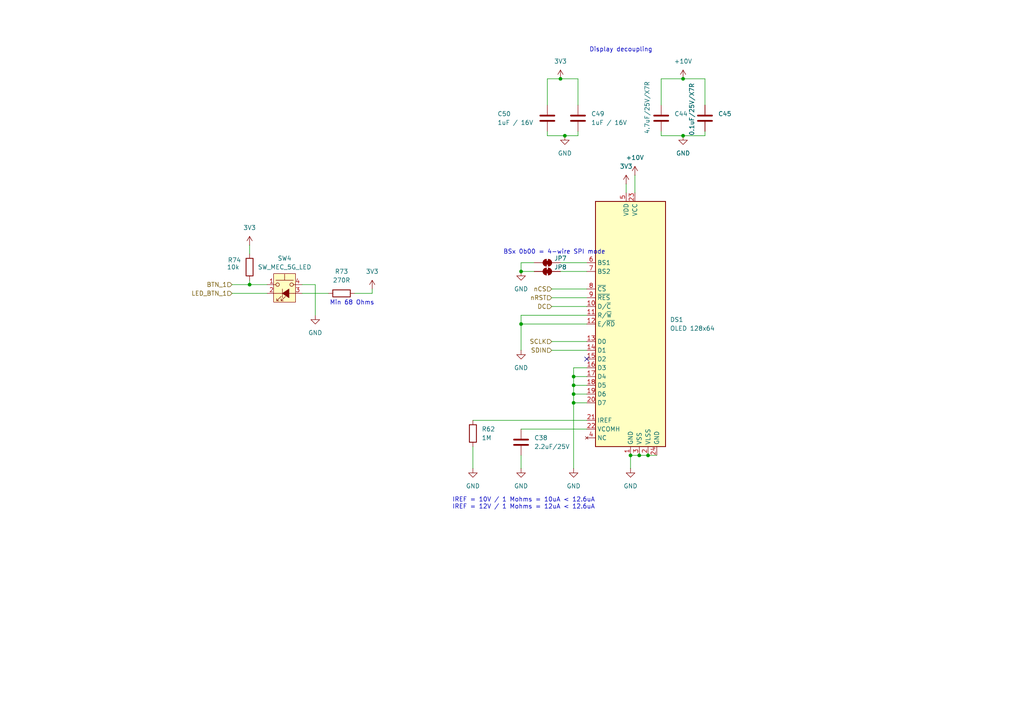
<source format=kicad_sch>
(kicad_sch (version 20231120) (generator "eeschema") (generator_version "8.0")
  (paper "A4")
  (lib_symbols
    (symbol "Device:C" (pin_numbers hide) (pin_names (offset 0.254))
      (property "Reference" "C" (at 0.635 2.54 0))
      (property "Value" "C" (at 0.635 -2.54 0))
      (symbol "C_0_1"
        (polyline (pts (xy -2.032 -0.762) (xy 2.032 -0.762)) (stroke (width 0.508)))
        (polyline (pts (xy -2.032 0.762) (xy 2.032 0.762)) (stroke (width 0.508)))
      )
      (symbol "C_1_1"
        (pin passive line (at 0 3.81 270) (length 2.794) (name "~") (number "1"))
        (pin passive line (at 0 -3.81 90) (length 2.794) (name "~") (number "2"))
      )
    )
    (symbol "Device:R" (pin_numbers hide) (pin_names (offset 0))
      (property "Reference" "R" (at 2.032 0 90))
      (property "Value" "R" (at 0 0 90))
      (symbol "R_0_1"
        (rectangle (start -1.016 -2.54) (end 1.016 2.54) (stroke (width 0.254)))
      )
      (symbol "R_1_1"
        (pin passive line (at 0 3.81 270) (length 1.27) (name "~") (number "1"))
        (pin passive line (at 0 -3.81 90) (length 1.27) (name "~") (number "2"))
      )
    )
    (symbol "Jumper:SolderJumper_2_Bridged" (pin_numbers hide) (pin_names (offset 0) hide) (exclude_from_sim yes) (in_bom no)
      (property "Reference" "JP" (at 0 2.032 0))
      (property "Value" "SolderJumper_2_Bridged" (at 0 -2.54 0))
      (symbol "SolderJumper_2_Bridged_0_1"
        (rectangle (start -0.508 0.508) (end 0.508 -0.508) (fill (type outline)))
        (arc (start -0.254 1.016) (mid -1.2656 0) (end -0.254 -1.016))
        (arc (start -0.254 1.016) (mid -1.2656 0) (end -0.254 -1.016) (fill (type outline)))
        (polyline (pts (xy -0.254 1.016) (xy -0.254 -1.016)))
        (polyline (pts (xy 0.254 1.016) (xy 0.254 -1.016)))
        (arc (start 0.254 -1.016) (mid 1.2656 0) (end 0.254 1.016))
        (arc (start 0.254 -1.016) (mid 1.2656 0) (end 0.254 1.016) (fill (type outline)))
      )
      (symbol "SolderJumper_2_Bridged_1_1"
        (pin passive line (at -3.81 0 0) (length 2.54) (name "A") (number "1"))
        (pin passive line (at 3.81 0 180) (length 2.54) (name "B") (number "2"))
      )
    )
    (symbol "Switch:SW_MEC_5G_LED" (pin_names (offset 1.016) hide)
      (property "Reference" "SW" (at 0 7.62 0))
      (property "Value" "SW_MEC_5G_LED" (at 0 -3.81 0))
      (symbol "SW_MEC_5G_LED_0_0"
        (polyline (pts (xy -2.54 0) (xy 2.54 0)))
        (polyline (pts (xy -2.286 -2.159) (xy -1.016 -0.889)))
        (polyline (pts (xy -1.016 -2.159) (xy 0.254 -0.889)))
        (polyline (pts (xy -0.635 1.27) (xy -0.635 -1.27)))
        (polyline (pts (xy -2.286 -1.524) (xy -2.286 -2.159) (xy -1.651 -2.159)))
        (polyline (pts (xy -1.016 -1.524) (xy -1.016 -2.159) (xy -0.381 -2.159)))
        (polyline (pts (xy -0.635 0) (xy 1.27 1.27) (xy 1.27 -1.27) (xy -0.635 0)) (fill (type outline)))
      )
      (symbol "SW_MEC_5G_LED_0_1"
        (circle (center -2.032 2.54) (radius 0.508))
        (polyline (pts (xy 0 3.81) (xy 0 5.588)))
        (polyline (pts (xy 2.54 3.81) (xy -2.54 3.81)))
        (circle (center 2.032 2.54) (radius 0.508))
        (pin passive line (at -5.08 2.54 0) (length 2.54) (name "1") (number "1"))
        (pin passive line (at -5.08 0 0) (length 2.54) (name "2") (number "2"))
        (pin passive line (at 5.08 0 180) (length 2.54) (name "K") (number "3"))
        (pin passive line (at 5.08 2.54 180) (length 2.54) (name "A") (number "4"))
      )
      (symbol "SW_MEC_5G_LED_1_1"
        (rectangle (start -3.175 5.715) (end 3.175 -2.54) (fill (type background)))
      )
    )
    (symbol "asynthosc_lib:X154-2864KSWBG01-C24"
      (property "Reference" "DS" (at -10.16 38.1 0))
      (property "Value" "OLED 128x64" (at 12.7 38.1 0))
      (symbol "X154-2864KSWBG01-C24_0_1"
        (rectangle (start -10.16 35.56) (end 10.16 -35.56) (stroke (width 0.254)) (fill (type background)))
      )
      (symbol "X154-2864KSWBG01-C24_1_1"
        (pin power_in line (at 0 -38.1 90) (length 2.54) (name "GND") (number "1"))
        (pin input line (at -12.7 5.08 0) (length 2.54) (name "D/~{C}") (number "10"))
        (pin input line (at -12.7 2.54 0) (length 2.54) (name "R/~{W}") (number "11"))
        (pin input line (at -12.7 0 0) (length 2.54) (name "E/~{RD}") (number "12"))
        (pin bidirectional line (at -12.7 -5.08 0) (length 2.54) (name "D0") (number "13"))
        (pin bidirectional line (at -12.7 -7.62 0) (length 2.54) (name "D1") (number "14"))
        (pin bidirectional line (at -12.7 -10.16 0) (length 2.54) (name "D2") (number "15"))
        (pin bidirectional line (at -12.7 -12.7 0) (length 2.54) (name "D3") (number "16"))
        (pin bidirectional line (at -12.7 -15.24 0) (length 2.54) (name "D4") (number "17"))
        (pin bidirectional line (at -12.7 -17.78 0) (length 2.54) (name "D5") (number "18"))
        (pin bidirectional line (at -12.7 -20.32 0) (length 2.54) (name "D6") (number "19"))
        (pin power_in line (at 5.08 -38.1 90) (length 2.54) (name "VLSS") (number "2"))
        (pin bidirectional line (at -12.7 -22.86 0) (length 2.54) (name "D7") (number "20"))
        (pin passive line (at -12.7 -27.94 0) (length 2.54) (name "IREF") (number "21"))
        (pin passive line (at -12.7 -30.48 0) (length 2.54) (name "VCOMH") (number "22"))
        (pin power_in line (at 1.27 38.1 270) (length 2.54) (name "VCC") (number "23"))
        (pin power_in line (at 7.62 -38.1 90) (length 2.54) (name "GND") (number "24"))
        (pin power_in line (at 2.54 -38.1 90) (length 2.54) (name "VSS") (number "3"))
        (pin no_connect line (at -12.7 -33.02 0) (length 2.54) (name "NC") (number "4"))
        (pin power_in line (at -1.27 38.1 270) (length 2.54) (name "VDD") (number "5"))
        (pin input line (at -12.7 17.78 0) (length 2.54) (name "BS1") (number "6"))
        (pin input line (at -12.7 15.24 0) (length 2.54) (name "BS2") (number "7"))
        (pin input line (at -12.7 10.16 0) (length 2.54) (name "~{CS}") (number "8"))
        (pin input line (at -12.7 7.62 0) (length 2.54) (name "~{RES}") (number "9"))
      )
    )
    (symbol "power:+10V" (power) (pin_numbers hide) (pin_names (offset 0) hide)
      (property "Value" "+10V" (at 0 3.556 0))
      (symbol "+10V_0_1"
        (polyline (pts (xy -0.762 1.27) (xy 0 2.54)))
        (polyline (pts (xy 0 0) (xy 0 2.54)))
        (polyline (pts (xy 0 2.54) (xy 0.762 1.27)))
      )
      (symbol "+10V_1_1"
        (pin power_in line (at 0 0 90) (length 0) (name "~") (number "1"))
      )
    )
    (symbol "power:+3V3" (power) (pin_numbers hide) (pin_names (offset 0) hide)
      (property "Value" "+3V3" (at 0 3.556 0))
      (symbol "+3V3_0_1"
        (polyline (pts (xy -0.762 1.27) (xy 0 2.54)))
        (polyline (pts (xy 0 0) (xy 0 2.54)))
        (polyline (pts (xy 0 2.54) (xy 0.762 1.27)))
      )
      (symbol "+3V3_1_1"
        (pin power_in line (at 0 0 90) (length 0) (name "~") (number "1"))
      )
    )
    (symbol "power:GND" (power) (pin_numbers hide) (pin_names (offset 0) hide)
      (property "Value" "GND" (at 0 -3.81 0))
      (symbol "GND_0_1"
        (polyline (pts (xy 0 0) (xy 0 -1.27) (xy 1.27 -1.27) (xy 0 -2.54) (xy -1.27 -1.27) (xy 0 -1.27)))
      )
      (symbol "GND_1_1"
        (pin power_in line (at 0 0 270) (length 0) (name "~") (number "1"))
      )
    )
  )
  (junction (at 198.12 39.37))
  (junction (at 166.37 109.22))
  (junction (at 163.83 39.37))
  (junction (at 182.88 132.08))
  (junction (at 72.39 82.55))
  (junction (at 166.37 111.76))
  (junction (at 151.13 93.98))
  (junction (at 185.42 132.08))
  (junction (at 187.96 132.08))
  (junction (at 151.13 78.74))
  (junction (at 166.37 116.84))
  (junction (at 162.56 22.86))
  (junction (at 198.12 22.86))
  (junction (at 166.37 114.3))
  (no_connect (at 170.18 104.14))
  (wire (pts (xy 167.64 30.48) (xy 167.64 22.86)))
  (wire (pts (xy 162.56 76.2) (xy 170.18 76.2)))
  (wire (pts (xy 72.39 82.55) (xy 77.47 82.55)))
  (wire (pts (xy 166.37 114.3) (xy 170.18 114.3)))
  (wire (pts (xy 162.56 22.86) (xy 158.75 22.86)))
  (wire (pts (xy 154.94 76.2) (xy 151.13 76.2)))
  (wire (pts (xy 198.12 39.37) (xy 204.47 39.37)))
  (wire (pts (xy 167.64 39.37) (xy 167.64 38.1)))
  (wire (pts (xy 166.37 109.22) (xy 166.37 106.68)))
  (wire (pts (xy 163.83 39.37) (xy 167.64 39.37)))
  (wire (pts (xy 184.15 50.8) (xy 184.15 55.88)))
  (wire (pts (xy 166.37 111.76) (xy 170.18 111.76)))
  (wire (pts (xy 151.13 76.2) (xy 151.13 78.74)))
  (wire (pts (xy 167.64 22.86) (xy 162.56 22.86)))
  (wire (pts (xy 198.12 22.86) (xy 204.47 22.86)))
  (wire (pts (xy 160.02 86.36) (xy 170.18 86.36)))
  (wire (pts (xy 181.61 53.34) (xy 181.61 55.88)))
  (wire (pts (xy 185.42 132.08) (xy 187.96 132.08)))
  (wire (pts (xy 160.02 83.82) (xy 170.18 83.82)))
  (wire (pts (xy 166.37 106.68) (xy 170.18 106.68)))
  (wire (pts (xy 191.77 22.86) (xy 191.77 30.48)))
  (wire (pts (xy 137.16 129.54) (xy 137.16 135.89)))
  (wire (pts (xy 191.77 22.86) (xy 198.12 22.86)))
  (wire (pts (xy 160.02 88.9) (xy 170.18 88.9)))
  (wire (pts (xy 158.75 39.37) (xy 163.83 39.37)))
  (wire (pts (xy 158.75 22.86) (xy 158.75 30.48)))
  (wire (pts (xy 191.77 39.37) (xy 191.77 38.1)))
  (wire (pts (xy 87.63 82.55) (xy 91.44 82.55)))
  (wire (pts (xy 87.63 85.09) (xy 95.25 85.09)))
  (wire (pts (xy 151.13 93.98) (xy 151.13 101.6)))
  (wire (pts (xy 91.44 82.55) (xy 91.44 91.44)))
  (wire (pts (xy 170.18 93.98) (xy 151.13 93.98)))
  (wire (pts (xy 204.47 22.86) (xy 204.47 30.48)))
  (wire (pts (xy 170.18 91.44) (xy 151.13 91.44)))
  (wire (pts (xy 67.31 82.55) (xy 72.39 82.55)))
  (wire (pts (xy 166.37 109.22) (xy 170.18 109.22)))
  (wire (pts (xy 160.02 99.06) (xy 170.18 99.06)))
  (wire (pts (xy 151.13 91.44) (xy 151.13 93.98)))
  (wire (pts (xy 182.88 132.08) (xy 182.88 135.89)))
  (wire (pts (xy 166.37 116.84) (xy 170.18 116.84)))
  (wire (pts (xy 151.13 135.89) (xy 151.13 132.08)))
  (wire (pts (xy 162.56 78.74) (xy 170.18 78.74)))
  (wire (pts (xy 102.87 85.09) (xy 107.95 85.09)))
  (wire (pts (xy 151.13 78.74) (xy 154.94 78.74)))
  (wire (pts (xy 67.31 85.09) (xy 77.47 85.09)))
  (wire (pts (xy 166.37 111.76) (xy 166.37 109.22)))
  (wire (pts (xy 151.13 124.46) (xy 170.18 124.46)))
  (wire (pts (xy 72.39 71.12) (xy 72.39 73.66)))
  (wire (pts (xy 166.37 114.3) (xy 166.37 111.76)))
  (wire (pts (xy 107.95 85.09) (xy 107.95 83.82)))
  (wire (pts (xy 160.02 101.6) (xy 170.18 101.6)))
  (wire (pts (xy 166.37 135.89) (xy 166.37 116.84)))
  (wire (pts (xy 204.47 39.37) (xy 204.47 38.1)))
  (wire (pts (xy 187.96 132.08) (xy 190.5 132.08)))
  (wire (pts (xy 158.75 39.37) (xy 158.75 38.1)))
  (wire (pts (xy 137.16 121.92) (xy 170.18 121.92)))
  (wire (pts (xy 72.39 81.28) (xy 72.39 82.55)))
  (wire (pts (xy 191.77 39.37) (xy 198.12 39.37)))
  (wire (pts (xy 182.88 132.08) (xy 185.42 132.08)))
  (wire (pts (xy 166.37 116.84) (xy 166.37 114.3)))
  (text "Display decoupling\n" (at 180.086 14.478 0) (effects (font (size 1.27 1.27))))
  (text "IREF = 10V / 1 Mohms = 10uA < 12.6uA\nIREF = 12V / 1 Mohms = 12uA < 12.6uA" (at 151.892 146.05 0) (effects (font (size 1.27 1.27))))
  (text "BSx 0b00 = 4-wire SPI mode" (at 160.782 73.152 0) (effects (font (size 1.27 1.27))))
  (text "Min 68 Ohms" (at 102.108 87.884 0) (effects (font (size 1.27 1.27))))
  (hierarchical_label "nCS" (shape input) (at 160.02 83.82 180))
  (hierarchical_label "BTN_1" (shape input) (at 67.31 82.55 180))
  (hierarchical_label "nRST" (shape input) (at 160.02 86.36 180))
  (hierarchical_label "LED_BTN_1" (shape input) (at 67.31 85.09 180))
  (hierarchical_label "DC" (shape input) (at 160.02 88.9 180))
  (hierarchical_label "SCLK" (shape input) (at 160.02 99.06 180))
  (hierarchical_label "SDIN" (shape input) (at 160.02 101.6 180))
  (symbol (lib_id "Device:C") (at 191.77 34.29 0) (unit 1) (exclude_from_sim yes)
    (property "Reference" "C44" (at 195.58 33.0199 0) (effects (justify left)))
    (property "Value" "4.7uF/25V/X7R" (at 187.706 38.862 90) (effects (justify left)))
    (property "Footprint" "Capacitor_SMD:C_0805_2012Metric" (effects (hide yes)))
    (property "Description" "Unpolarized capacitor" (effects (hide yes)))
  )
  (symbol (lib_id "power:GND") (at 182.88 135.89 0) (unit 1)
    (property "Reference" "#PWR029" (effects (hide yes)))
    (property "Value" "GND" (at 182.88 140.97 0))
    (property "Description" "Power symbol creates a global label with name \"GND\" , ground" (effects (hide yes)))
  )
  (symbol (lib_id "power:GND") (at 163.83 39.37 0) (unit 1)
    (property "Reference" "#PWR0110" (effects (hide yes)))
    (property "Value" "GND" (at 163.83 44.45 0))
    (property "Description" "Power symbol creates a global label with name \"GND\" , ground" (effects (hide yes)))
  )
  (symbol (lib_id "asynthosc_lib:X154-2864KSWBG01-C24") (at 182.88 93.98 0) (unit 1)
    (property "Reference" "DS1" (at 194.31 92.7099 0) (effects (justify left)))
    (property "Value" "OLED 128x64" (at 194.31 95.2499 0) (effects (justify left)))
    (property "Footprint" "asynthosc:HRO_FPC0.5B-WTG-24P_1x24-1MP_P0.5mm_Horizontal" (effects (hide yes)))
    (property "Datasheet" "https://www.jx-wisevision.com/1-54-small-128x64-dots-oled-display-module-screen-product/" (effects (hide yes)))
    (property "Description" "OLED display 128x64" (effects (hide yes)))
  )
  (symbol (lib_id "power:GND") (at 151.13 101.6 0) (unit 1)
    (property "Reference" "#PWR0107" (effects (hide yes)))
    (property "Value" "GND" (at 151.13 106.68 0))
    (property "Description" "Power symbol creates a global label with name \"GND\" , ground" (effects (hide yes)))
  )
  (symbol (lib_id "power:+3V3") (at 72.39 71.12 0) (unit 1)
    (property "Reference" "#PWR0118" (effects (hide yes)))
    (property "Value" "3V3" (at 72.39 66.04 0))
    (property "Description" "Power symbol creates a global label with name \"+3V3\"" (effects (hide yes)))
  )
  (symbol (lib_id "Device:C") (at 204.47 34.29 0) (unit 1) (exclude_from_sim yes)
    (property "Reference" "C45" (at 208.28 33.0199 0) (effects (justify left)))
    (property "Value" "0.1uF/25V/X7R" (at 200.66 39.37 90) (effects (justify left)))
    (property "Footprint" "Capacitor_SMD:C_0805_2012Metric" (effects (hide yes)))
    (property "Description" "Unpolarized capacitor" (effects (hide yes)))
  )
  (symbol (lib_id "Device:C") (at 167.64 34.29 0) (unit 1) (exclude_from_sim yes)
    (property "Reference" "C49" (at 171.45 33.0199 0) (effects (justify left)))
    (property "Value" "1uF / 16V" (at 171.45 35.5599 0) (effects (justify left)))
    (property "Footprint" "Capacitor_SMD:C_0805_2012Metric" (effects (hide yes)))
    (property "Description" "Unpolarized capacitor" (effects (hide yes)))
  )
  (symbol (lib_id "Device:R") (at 72.39 77.47 0) (unit 1)
    (property "Reference" "R74" (at 66.04 75.438 0) (effects (justify left)))
    (property "Value" "10k" (at 65.786 77.47 0) (effects (justify left)))
    (property "Footprint" "Resistor_SMD:R_0402_1005Metric" (effects (hide yes)))
    (property "Description" "Resistor" (effects (hide yes)))
  )
  (symbol (lib_id "Device:C") (at 151.13 128.27 0) (unit 1) (exclude_from_sim yes)
    (property "Reference" "C38" (at 154.94 126.9999 0) (effects (justify left)))
    (property "Value" "2.2uF/25V" (at 154.94 129.5399 0) (effects (justify left)))
    (property "Footprint" "Capacitor_SMD:C_0805_2012Metric" (effects (hide yes)))
    (property "Description" "Unpolarized capacitor" (effects (hide yes)))
  )
  (symbol (lib_id "power:GND") (at 198.12 39.37 0) (unit 1)
    (property "Reference" "#PWR096" (effects (hide yes)))
    (property "Value" "GND" (at 198.12 44.45 0))
    (property "Description" "Power symbol creates a global label with name \"GND\" , ground" (effects (hide yes)))
  )
  (symbol (lib_id "power:GND") (at 166.37 135.89 0) (unit 1)
    (property "Reference" "#PWR093" (effects (hide yes)))
    (property "Value" "GND" (at 166.37 140.97 0))
    (property "Description" "Power symbol creates a global label with name \"GND\" , ground" (effects (hide yes)))
  )
  (symbol (lib_id "power:GND") (at 151.13 78.74 0) (unit 1)
    (property "Reference" "#PWR0106" (effects (hide yes)))
    (property "Value" "GND" (at 151.13 83.82 0))
    (property "Description" "Power symbol creates a global label with name \"GND\" , ground" (effects (hide yes)))
  )
  (symbol (lib_id "power:+3V3") (at 107.95 83.82 0) (unit 1)
    (property "Reference" "#PWR0126" (effects (hide yes)))
    (property "Value" "3V3" (at 107.95 78.74 0))
    (property "Description" "Power symbol creates a global label with name \"+3V3\"" (effects (hide yes)))
  )
  (symbol (lib_id "power:+10V") (at 184.15 50.8 0) (unit 1)
    (property "Reference" "#PWR097" (effects (hide yes)))
    (property "Value" "+10V" (at 184.15 45.72 0))
    (property "Description" "Power symbol creates a global label with name \"+10V\"" (effects (hide yes)))
  )
  (symbol (lib_id "power:GND") (at 137.16 135.89 0) (unit 1)
    (property "Reference" "#PWR095" (effects (hide yes)))
    (property "Value" "GND" (at 137.16 140.97 0))
    (property "Description" "Power symbol creates a global label with name \"GND\" , ground" (effects (hide yes)))
  )
  (symbol (lib_id "power:+3V3") (at 181.61 53.34 0) (unit 1)
    (property "Reference" "#PWR094" (effects (hide yes)))
    (property "Value" "3V3" (at 181.61 48.26 0))
    (property "Description" "Power symbol creates a global label with name \"+3V3\"" (effects (hide yes)))
  )
  (symbol (lib_id "Switch:SW_MEC_5G_LED") (at 82.55 85.09 0) (unit 1)
    (property "Reference" "SW4" (at 82.55 74.93 0))
    (property "Value" "SW_MEC_5G_LED" (at 82.55 77.47 0))
    (property "Footprint" "asynthosc:TPB01-X0XLXX_SW_MEC_5G" (effects (hide yes)))
    (property "Datasheet" "http://www.apem.com/int/index.php?controller=attachment&id_attachment=488" (effects (hide yes)))
    (property "Description" "MEC 5G single pole normally-open illuminated tactile switch" (effects (hide yes)))
  )
  (symbol (lib_id "power:GND") (at 151.13 135.89 0) (unit 1)
    (property "Reference" "#PWR0108" (effects (hide yes)))
    (property "Value" "GND" (at 151.13 140.97 0))
    (property "Description" "Power symbol creates a global label with name \"GND\" , ground" (effects (hide yes)))
  )
  (symbol (lib_id "power:+10V") (at 198.12 22.86 0) (unit 1)
    (property "Reference" "#PWR098" (effects (hide yes)))
    (property "Value" "+10V" (at 198.12 17.78 0))
    (property "Description" "Power symbol creates a global label with name \"+10V\"" (effects (hide yes)))
  )
  (symbol (lib_id "power:+3V3") (at 162.56 22.86 0) (unit 1)
    (property "Reference" "#PWR0109" (effects (hide yes)))
    (property "Value" "3V3" (at 162.56 17.78 0))
    (property "Description" "Power symbol creates a global label with name \"+3V3\"" (effects (hide yes)))
  )
  (symbol (lib_id "Device:R") (at 137.16 125.73 0) (unit 1)
    (property "Reference" "R62" (at 139.7 124.4599 0) (effects (justify left)))
    (property "Value" "1M" (at 139.7 126.9999 0) (effects (justify left)))
    (property "Footprint" "Resistor_SMD:R_0402_1005Metric" (effects (hide yes)))
    (property "Description" "Resistor" (effects (hide yes)))
  )
  (symbol (lib_id "Device:C") (at 158.75 34.29 0) (unit 1) (exclude_from_sim yes)
    (property "Reference" "C50" (at 144.272 33.02 0) (effects (justify left)))
    (property "Value" "1uF / 16V" (at 144.272 35.56 0) (effects (justify left)))
    (property "Footprint" "Capacitor_SMD:C_0805_2012Metric" (effects (hide yes)))
    (property "Description" "Unpolarized capacitor" (effects (hide yes)))
  )
  (symbol (lib_id "power:GND") (at 91.44 91.44 0) (unit 1)
    (property "Reference" "#PWR0128" (effects (hide yes)))
    (property "Value" "GND" (at 91.44 96.52 0))
    (property "Description" "Power symbol creates a global label with name \"GND\" , ground" (effects (hide yes)))
  )
  (symbol (lib_id "Jumper:SolderJumper_2_Bridged") (at 158.75 76.2 0) (unit 1) (exclude_from_sim yes) (in_bom no)
    (property "Reference" "JP7" (at 162.56 74.93 0))
    (property "Value" "SolderJumper_2_Bridged" (effects (hide yes)))
    (property "Footprint" "Jumper:SolderJumper-2_P1.3mm_Bridged2Bar_Pad1.0x1.5mm" (effects (hide yes)))
    (property "Description" "Solder Jumper, 2-pole, closed/bridged" (effects (hide yes)))
  )
  (symbol (lib_id "Jumper:SolderJumper_2_Bridged") (at 158.75 78.74 0) (unit 1) (exclude_from_sim yes) (in_bom no)
    (property "Reference" "JP8" (at 162.56 77.47 0))
    (property "Value" "SolderJumper_2_Bridged" (effects (hide yes)))
    (property "Footprint" "Jumper:SolderJumper-2_P1.3mm_Bridged2Bar_Pad1.0x1.5mm" (effects (hide yes)))
    (property "Description" "Solder Jumper, 2-pole, closed/bridged" (effects (hide yes)))
  )
  (symbol (lib_id "Device:R") (at 99.06 85.09 270) (unit 1)
    (property "Reference" "R73" (at 99.06 78.74 90))
    (property "Value" "270R" (at 99.06 81.28 90))
    (property "Footprint" "Resistor_SMD:R_0402_1005Metric" (effects (hide yes)))
    (property "Description" "Resistor" (effects (hide yes)))
  )
)
</source>
